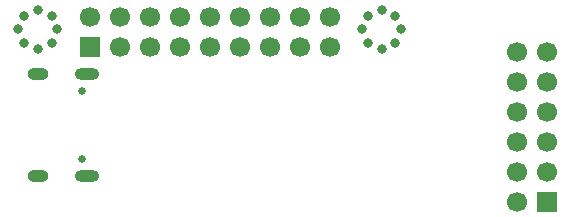
<source format=gbp>
G04*
G04 #@! TF.GenerationSoftware,Altium Limited,Altium Designer,24.10.1 (45)*
G04*
G04 Layer_Color=128*
%FSLAX43Y43*%
%MOMM*%
G71*
G04*
G04 #@! TF.SameCoordinates,42E592E9-8C64-4E94-A1C9-D7A561327A4F*
G04*
G04*
G04 #@! TF.FilePolarity,Positive*
G04*
G01*
G75*
%ADD40C,0.800*%
%ADD41C,0.650*%
%ADD42O,2.100X1.000*%
%ADD43O,1.800X1.000*%
G04:AMPARAMS|DCode=44|XSize=1.7mm|YSize=1.7mm|CornerRadius=0.85mm|HoleSize=0mm|Usage=FLASHONLY|Rotation=180.000|XOffset=0mm|YOffset=0mm|HoleType=Round|Shape=RoundedRectangle|*
%AMROUNDEDRECTD44*
21,1,1.700,0.000,0,0,180.0*
21,1,0.000,1.700,0,0,180.0*
1,1,1.700,0.000,0.000*
1,1,1.700,0.000,0.000*
1,1,1.700,0.000,0.000*
1,1,1.700,0.000,0.000*
%
%ADD44ROUNDEDRECTD44*%
%ADD45R,1.700X1.700*%
G04:AMPARAMS|DCode=46|XSize=1.7mm|YSize=1.7mm|CornerRadius=0.85mm|HoleSize=0mm|Usage=FLASHONLY|Rotation=90.000|XOffset=0mm|YOffset=0mm|HoleType=Round|Shape=RoundedRectangle|*
%AMROUNDEDRECTD46*
21,1,1.700,0.000,0,0,90.0*
21,1,0.000,1.700,0,0,90.0*
1,1,1.700,0.000,0.000*
1,1,1.700,0.000,0.000*
1,1,1.700,0.000,0.000*
1,1,1.700,0.000,0.000*
%
%ADD46ROUNDEDRECTD46*%
%ADD47R,1.700X1.700*%
D40*
X33167Y18267D02*
D03*
X33650Y17100D02*
D03*
X32000Y18750D02*
D03*
X33167Y15933D02*
D03*
X32000Y15450D02*
D03*
X30833Y15933D02*
D03*
Y18267D02*
D03*
X30350Y17100D02*
D03*
X1250D02*
D03*
X4550D02*
D03*
X4067Y15933D02*
D03*
Y18267D02*
D03*
X2900Y15450D02*
D03*
Y18750D02*
D03*
X1733Y15933D02*
D03*
Y18267D02*
D03*
D41*
X6602Y11890D02*
D03*
Y6110D02*
D03*
D42*
X7102Y13320D02*
D03*
Y4680D02*
D03*
D43*
X2922Y13320D02*
D03*
Y4680D02*
D03*
D44*
X46000Y7580D02*
D03*
Y10120D02*
D03*
Y5040D02*
D03*
Y15200D02*
D03*
X43460D02*
D03*
X46000Y12660D02*
D03*
X43460Y2500D02*
D03*
Y10120D02*
D03*
Y12660D02*
D03*
Y5040D02*
D03*
Y7580D02*
D03*
D45*
X46000Y2500D02*
D03*
D46*
X22540Y18140D02*
D03*
X25080D02*
D03*
X20000D02*
D03*
X27620D02*
D03*
X14920D02*
D03*
X17460D02*
D03*
X12380D02*
D03*
Y15600D02*
D03*
X9840D02*
D03*
X27620D02*
D03*
X25080D02*
D03*
X17460D02*
D03*
X14920D02*
D03*
X22540D02*
D03*
X20000D02*
D03*
X9840Y18140D02*
D03*
X7300D02*
D03*
D47*
Y15600D02*
D03*
M02*

</source>
